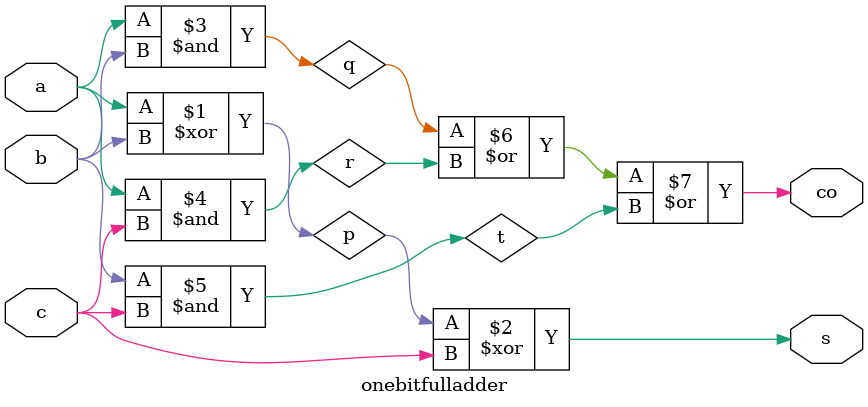
<source format=v>
module onebitfulladder(s,co,a,b,c);
output s,co;
input a,b,c;
wire p,q,r,t;
xor x1(p,a,b);
xor x2(s,p,c);
and a1(q,a,b);
and a2(r,a,c);
and a3(t,b,c);
or o1(co,q,r,t);
endmodule
</source>
